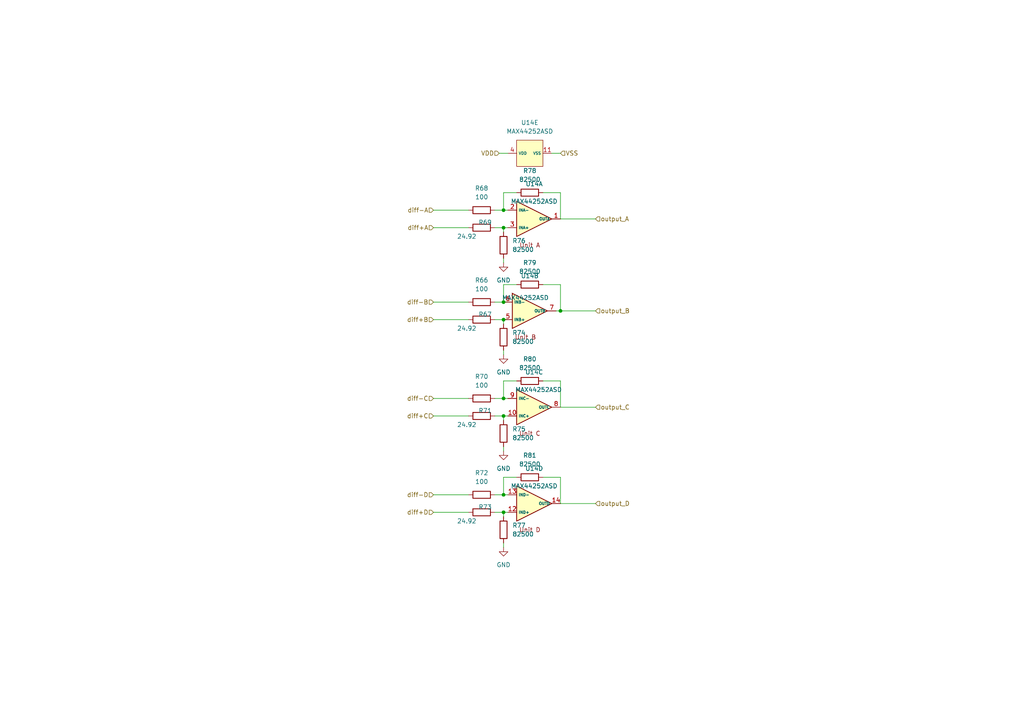
<source format=kicad_sch>
(kicad_sch (version 20210621) (generator eeschema)
  (paper "A4")
  (lib_symbols
    (symbol "Device:R" (pin_numbers hide) (pin_names (offset 0))
      (property "Reference" "R" (at 2.032 0 90))
      (property "Value" "R" (at 0 0 90))
      (symbol "R_0_1"
        (rectangle (start -1.016 -2.54) (end 1.016 2.54) (stroke (width 0.254)))
      )
      (symbol "R_1_1"
        (pin passive line (at 0 3.81 270) (length 1.27) (name "~") (number "1"))
        (pin passive line (at 0 -3.81 90) (length 1.27) (name "~") (number "2"))
      )
    )
    (symbol "MAX44252ASD_Custom:MAX44252ASD"
      (property "Reference" "U" (at 1.905 0 0))
      (property "Value" "MAX44252ASD" (at -11.43 0 0))
      (symbol "MAX44252ASD_1_1"
        (text "Unit A" (at 0 -7.62 0) (effects (font (size 1.27 1.27))))
        (polyline (pts (xy -3.81 5.08) (xy 6.35 0) (xy -3.81 -5.08) (xy -3.81 5.08)) (stroke (width 0.254)) (fill (type background)))
        (pin output line (at 8.89 0 180) (length 2.54) (name "OUTA") (number "1"))
        (pin input line (at -6.35 2.54 0) (length 2.54) (name "INA-") (number "2"))
        (pin input line (at -6.35 -2.54 0) (length 2.54) (name "INA+") (number "3"))
      )
      (symbol "MAX44252ASD_2_1"
        (text "Unit B" (at 0 -7.62 0) (effects (font (size 1.27 1.27))))
        (polyline (pts (xy -3.81 5.08) (xy 6.35 0) (xy -3.81 -5.08) (xy -3.81 5.08)) (stroke (width 0.254)) (fill (type background)))
        (pin input line (at -6.35 -2.54 0) (length 2.54) (name "INB+") (number "5"))
        (pin input line (at -6.35 2.54 0) (length 2.54) (name "INB-") (number "6"))
        (pin output line (at 8.89 0 180) (length 2.54) (name "OUTB") (number "7"))
      )
      (symbol "MAX44252ASD_3_1"
        (text "Unit C" (at 0 -7.62 0) (effects (font (size 1.27 1.27))))
        (polyline (pts (xy -3.81 5.08) (xy 6.35 0) (xy -3.81 -5.08) (xy -3.81 5.08)) (stroke (width 0.254)) (fill (type background)))
        (pin input line (at -6.35 -2.54 0) (length 2.54) (name "INC+") (number "10"))
        (pin output line (at 8.89 0 180) (length 2.54) (name "OUTC") (number "8"))
        (pin input line (at -6.35 2.54 0) (length 2.54) (name "INC-") (number "9"))
      )
      (symbol "MAX44252ASD_4_1"
        (text "Unit D" (at 0 -7.62 0) (effects (font (size 1.27 1.27))))
        (polyline (pts (xy -3.81 5.08) (xy 6.35 0) (xy -3.81 -5.08) (xy -3.81 5.08)) (stroke (width 0.254)) (fill (type background)))
        (pin input line (at -6.35 -2.54 0) (length 2.54) (name "IND+") (number "12"))
        (pin input line (at -6.35 2.54 0) (length 2.54) (name "IND-") (number "13"))
        (pin output line (at 8.89 0 180) (length 2.54) (name "OUTD") (number "14"))
      )
      (symbol "MAX44252ASD_5_1"
        (rectangle (start -3.81 3.81) (end 3.81 -3.81) (stroke (width 0.1524)) (fill (type background)))
        (pin power_in line (at 0 -6.35 90) (length 2.54) (name "VSS") (number "11"))
        (pin power_in line (at 0 6.35 270) (length 2.54) (name "VDD") (number "4"))
      )
    )
    (symbol "power:GND" (power) (pin_names (offset 0))
      (property "Value" "GND" (at 0 -3.81 0))
      (symbol "GND_0_1"
        (polyline (pts (xy 0 0) (xy 0 -1.27) (xy 1.27 -1.27) (xy 0 -2.54) (xy -1.27 -1.27) (xy 0 -1.27)))
      )
      (symbol "GND_1_1"
        (pin power_in line (at 0 0 270) (length 0) hide (name "GND") (number "1"))
      )
    )
  )
  (junction (at 146.05 60.96))
  (junction (at 146.05 66.04))
  (junction (at 146.05 87.63))
  (junction (at 146.05 92.71))
  (junction (at 146.05 115.57))
  (junction (at 146.05 120.65))
  (junction (at 146.05 143.51))
  (junction (at 146.05 148.59))
  (junction (at 162.56 90.17))
  (wire (pts (xy 125.73 60.96) (xy 135.89 60.96)))
  (wire (pts (xy 125.73 66.04) (xy 135.89 66.04)))
  (wire (pts (xy 125.73 87.63) (xy 135.89 87.63)))
  (wire (pts (xy 125.73 92.71) (xy 135.89 92.71)))
  (wire (pts (xy 125.73 115.57) (xy 135.89 115.57)))
  (wire (pts (xy 125.73 120.65) (xy 135.89 120.65)))
  (wire (pts (xy 125.73 143.51) (xy 135.89 143.51)))
  (wire (pts (xy 125.73 148.59) (xy 135.89 148.59)))
  (wire (pts (xy 143.51 60.96) (xy 146.05 60.96)))
  (wire (pts (xy 143.51 66.04) (xy 146.05 66.04)))
  (wire (pts (xy 143.51 87.63) (xy 146.05 87.63)))
  (wire (pts (xy 143.51 92.71) (xy 146.05 92.71)))
  (wire (pts (xy 143.51 115.57) (xy 146.05 115.57)))
  (wire (pts (xy 143.51 120.65) (xy 146.05 120.65)))
  (wire (pts (xy 143.51 143.51) (xy 146.05 143.51)))
  (wire (pts (xy 143.51 148.59) (xy 146.05 148.59)))
  (wire (pts (xy 144.78 44.45) (xy 147.32 44.45)))
  (wire (pts (xy 146.05 55.88) (xy 146.05 60.96)))
  (wire (pts (xy 146.05 60.96) (xy 147.32 60.96)))
  (wire (pts (xy 146.05 66.04) (xy 146.05 67.31)))
  (wire (pts (xy 146.05 66.04) (xy 147.32 66.04)))
  (wire (pts (xy 146.05 74.93) (xy 146.05 76.2)))
  (wire (pts (xy 146.05 82.55) (xy 146.05 87.63)))
  (wire (pts (xy 146.05 87.63) (xy 147.32 87.63)))
  (wire (pts (xy 146.05 92.71) (xy 146.05 93.98)))
  (wire (pts (xy 146.05 92.71) (xy 147.32 92.71)))
  (wire (pts (xy 146.05 101.6) (xy 146.05 102.87)))
  (wire (pts (xy 146.05 110.49) (xy 146.05 115.57)))
  (wire (pts (xy 146.05 115.57) (xy 147.32 115.57)))
  (wire (pts (xy 146.05 120.65) (xy 146.05 121.92)))
  (wire (pts (xy 146.05 120.65) (xy 147.32 120.65)))
  (wire (pts (xy 146.05 129.54) (xy 146.05 130.81)))
  (wire (pts (xy 146.05 138.43) (xy 146.05 143.51)))
  (wire (pts (xy 146.05 143.51) (xy 147.32 143.51)))
  (wire (pts (xy 146.05 148.59) (xy 146.05 149.86)))
  (wire (pts (xy 146.05 148.59) (xy 147.32 148.59)))
  (wire (pts (xy 146.05 157.48) (xy 146.05 158.75)))
  (wire (pts (xy 149.86 55.88) (xy 146.05 55.88)))
  (wire (pts (xy 149.86 82.55) (xy 146.05 82.55)))
  (wire (pts (xy 149.86 110.49) (xy 146.05 110.49)))
  (wire (pts (xy 149.86 138.43) (xy 146.05 138.43)))
  (wire (pts (xy 157.48 55.88) (xy 162.56 55.88)))
  (wire (pts (xy 157.48 82.55) (xy 162.56 82.55)))
  (wire (pts (xy 157.48 110.49) (xy 162.56 110.49)))
  (wire (pts (xy 157.48 138.43) (xy 162.56 138.43)))
  (wire (pts (xy 160.02 44.45) (xy 162.56 44.45)))
  (wire (pts (xy 161.29 90.17) (xy 162.56 90.17)))
  (wire (pts (xy 162.56 55.88) (xy 162.56 63.5)))
  (wire (pts (xy 162.56 63.5) (xy 172.72 63.5)))
  (wire (pts (xy 162.56 82.55) (xy 162.56 90.17)))
  (wire (pts (xy 162.56 90.17) (xy 172.72 90.17)))
  (wire (pts (xy 162.56 110.49) (xy 162.56 118.11)))
  (wire (pts (xy 162.56 118.11) (xy 172.72 118.11)))
  (wire (pts (xy 162.56 138.43) (xy 162.56 146.05)))
  (wire (pts (xy 162.56 146.05) (xy 172.72 146.05)))
  (hierarchical_label "diff-A" (shape input) (at 125.73 60.96 180))
  (hierarchical_label "diff+A" (shape input) (at 125.73 66.04 180))
  (hierarchical_label "diff-B" (shape input) (at 125.73 87.63 180))
  (hierarchical_label "diff+B" (shape input) (at 125.73 92.71 180))
  (hierarchical_label "diff-C" (shape input) (at 125.73 115.57 180))
  (hierarchical_label "diff+C" (shape input) (at 125.73 120.65 180))
  (hierarchical_label "diff-D" (shape input) (at 125.73 143.51 180))
  (hierarchical_label "diff+D" (shape input) (at 125.73 148.59 180))
  (hierarchical_label "VDD" (shape input) (at 144.78 44.45 180))
  (hierarchical_label "VSS" (shape input) (at 162.56 44.45 0))
  (hierarchical_label "output_A" (shape input) (at 172.72 63.5 0))
  (hierarchical_label "output_B" (shape input) (at 172.72 90.17 0))
  (hierarchical_label "output_C" (shape input) (at 172.72 118.11 0))
  (hierarchical_label "output_D" (shape input) (at 172.72 146.05 0))
  (symbol (lib_id "power:GND") (at 146.05 76.2 0) (unit 1)
    (property "Reference" "#PWR0121" (effects hide))
    (property "Value" "GND" (at 146.05 81.28 0))
  )
  (symbol (lib_id "power:GND") (at 146.05 102.87 0) (unit 1)
    (property "Reference" "#PWR0122" (effects hide))
    (property "Value" "GND" (at 146.05 107.95 0))
  )
  (symbol (lib_id "power:GND") (at 146.05 130.81 0) (unit 1)
    (property "Reference" "#PWR0120" (effects hide))
    (property "Value" "GND" (at 146.05 135.89 0))
  )
  (symbol (lib_id "power:GND") (at 146.05 158.75 0) (unit 1)
    (property "Reference" "#PWR0119" (effects hide))
    (property "Value" "GND" (at 146.05 163.83 0))
  )
  (symbol (lib_id "Device:R") (at 139.7 60.96 270) (unit 1)
    (property "Reference" "R68" (at 139.7 54.61 90))
    (property "Value" "100" (at 139.7 57.15 90))
    (property "Footprint" "Resistor_SMD:R_0603_1608Metric" (effects hide))
  )
  (symbol (lib_id "Device:R") (at 139.7 66.04 270) (unit 1)
    (property "Reference" "R69" (at 140.716 64.516 90))
    (property "Value" "24.92" (at 135.382 68.58 90))
    (property "Footprint" "Resistor_SMD:R_0603_1608Metric" (effects hide))
    (property "note:" "add series res for adjustment" (effects hide))
  )
  (symbol (lib_id "Device:R") (at 139.7 87.63 270) (unit 1)
    (property "Reference" "R66" (at 139.7 81.28 90))
    (property "Value" "100" (at 139.7 83.82 90))
    (property "Footprint" "Resistor_SMD:R_0603_1608Metric" (effects hide))
  )
  (symbol (lib_id "Device:R") (at 139.7 92.71 270) (unit 1)
    (property "Reference" "R67" (at 140.716 91.186 90))
    (property "Value" "24.92" (at 135.382 95.25 90))
    (property "Footprint" "Resistor_SMD:R_0603_1608Metric" (effects hide))
    (property "note:" "add series res for adjustment" (effects hide))
  )
  (symbol (lib_id "Device:R") (at 139.7 115.57 270) (unit 1)
    (property "Reference" "R70" (at 139.7 109.22 90))
    (property "Value" "100" (at 139.7 111.76 90))
    (property "Footprint" "Resistor_SMD:R_0603_1608Metric" (effects hide))
  )
  (symbol (lib_id "Device:R") (at 139.7 120.65 270) (unit 1)
    (property "Reference" "R71" (at 140.716 119.126 90))
    (property "Value" "24.92" (at 135.382 123.19 90))
    (property "Footprint" "Resistor_SMD:R_0603_1608Metric" (effects hide))
    (property "note:" "add series res for adjustment" (effects hide))
  )
  (symbol (lib_id "Device:R") (at 139.7 143.51 270) (unit 1)
    (property "Reference" "R72" (at 139.7 137.16 90))
    (property "Value" "100" (at 139.7 139.7 90))
    (property "Footprint" "Resistor_SMD:R_0603_1608Metric" (effects hide))
  )
  (symbol (lib_id "Device:R") (at 139.7 148.59 270) (unit 1)
    (property "Reference" "R73" (at 140.716 147.066 90))
    (property "Value" "24.92" (at 135.382 151.13 90))
    (property "Footprint" "Resistor_SMD:R_0603_1608Metric" (effects hide))
    (property "note:" "add series res for adjustment" (effects hide))
  )
  (symbol (lib_id "Device:R") (at 146.05 71.12 0) (unit 1)
    (property "Reference" "R76" (at 148.59 69.8499 0) (effects (justify left)))
    (property "Value" "82500" (at 148.59 72.3899 0) (effects (justify left)))
    (property "Footprint" "Resistor_SMD:R_0603_1608Metric" (effects hide))
  )
  (symbol (lib_id "Device:R") (at 146.05 97.79 0) (unit 1)
    (property "Reference" "R74" (at 148.59 96.5199 0) (effects (justify left)))
    (property "Value" "82500" (at 148.59 99.06 0) (effects (justify left)))
    (property "Footprint" "Resistor_SMD:R_0603_1608Metric" (effects hide))
  )
  (symbol (lib_id "Device:R") (at 146.05 125.73 0) (unit 1)
    (property "Reference" "R75" (at 148.59 124.4599 0) (effects (justify left)))
    (property "Value" "82500" (at 148.59 126.9999 0) (effects (justify left)))
    (property "Footprint" "Resistor_SMD:R_0603_1608Metric" (effects hide))
  )
  (symbol (lib_id "Device:R") (at 146.05 153.67 0) (unit 1)
    (property "Reference" "R77" (at 148.59 152.3999 0) (effects (justify left)))
    (property "Value" "82500" (at 148.59 154.9399 0) (effects (justify left)))
    (property "Footprint" "Resistor_SMD:R_0603_1608Metric" (effects hide))
  )
  (symbol (lib_id "Device:R") (at 153.67 55.88 270) (unit 1)
    (property "Reference" "R78" (at 153.67 49.53 90))
    (property "Value" "82500" (at 153.67 52.07 90))
    (property "Footprint" "Resistor_SMD:R_0603_1608Metric" (effects hide))
  )
  (symbol (lib_id "Device:R") (at 153.67 82.55 270) (unit 1)
    (property "Reference" "R79" (at 153.67 76.2 90))
    (property "Value" "82500" (at 153.67 78.74 90))
    (property "Footprint" "Resistor_SMD:R_0603_1608Metric" (effects hide))
  )
  (symbol (lib_id "Device:R") (at 153.67 110.49 270) (unit 1)
    (property "Reference" "R80" (at 153.67 104.14 90))
    (property "Value" "82500" (at 153.67 106.68 90))
    (property "Footprint" "Resistor_SMD:R_0603_1608Metric" (effects hide))
  )
  (symbol (lib_id "Device:R") (at 153.67 138.43 270) (unit 1)
    (property "Reference" "R81" (at 153.67 132.08 90))
    (property "Value" "82500" (at 153.67 134.62 90))
    (property "Footprint" "Resistor_SMD:R_0603_1608Metric" (effects hide))
  )
  (symbol (lib_id "MAX44252ASD_Custom:MAX44252ASD") (at 153.67 44.45 90) (unit 5)
    (property "Reference" "U14" (at 153.67 35.56 90))
    (property "Value" "MAX44252ASD" (at 153.67 38.1 90))
    (property "Footprint" "MAX44252ASD-:MAX44252ASD&plus_" (effects hide))
  )
  (symbol (lib_id "MAX44252ASD_Custom:MAX44252ASD") (at 152.4 90.17 0) (unit 2)
    (property "Reference" "U14" (at 153.67 80.01 0))
    (property "Value" "MAX44252ASD" (at 152.4 86.36 0))
    (property "Footprint" "MAX44252ASD-:MAX44252ASD&plus_" (effects hide))
  )
  (symbol (lib_id "MAX44252ASD_Custom:MAX44252ASD") (at 153.67 63.5 0) (unit 1)
    (property "Reference" "U14" (at 154.94 53.34 0))
    (property "Value" "MAX44252ASD" (at 154.94 58.42 0))
    (property "Footprint" "MAX44252ASD-:MAX44252ASD&plus_" (effects hide))
  )
  (symbol (lib_id "MAX44252ASD_Custom:MAX44252ASD") (at 153.67 118.11 0) (unit 3)
    (property "Reference" "U14" (at 154.94 107.95 0))
    (property "Value" "MAX44252ASD" (at 156.21 113.03 0))
    (property "Footprint" "MAX44252ASD-:MAX44252ASD&plus_" (effects hide))
  )
  (symbol (lib_id "MAX44252ASD_Custom:MAX44252ASD") (at 153.67 146.05 0) (unit 4)
    (property "Reference" "U14" (at 154.94 135.89 0))
    (property "Value" "MAX44252ASD" (at 154.94 140.97 0))
    (property "Footprint" "MAX44252ASD-:MAX44252ASD&plus_" (effects hide))
  )
)
</source>
